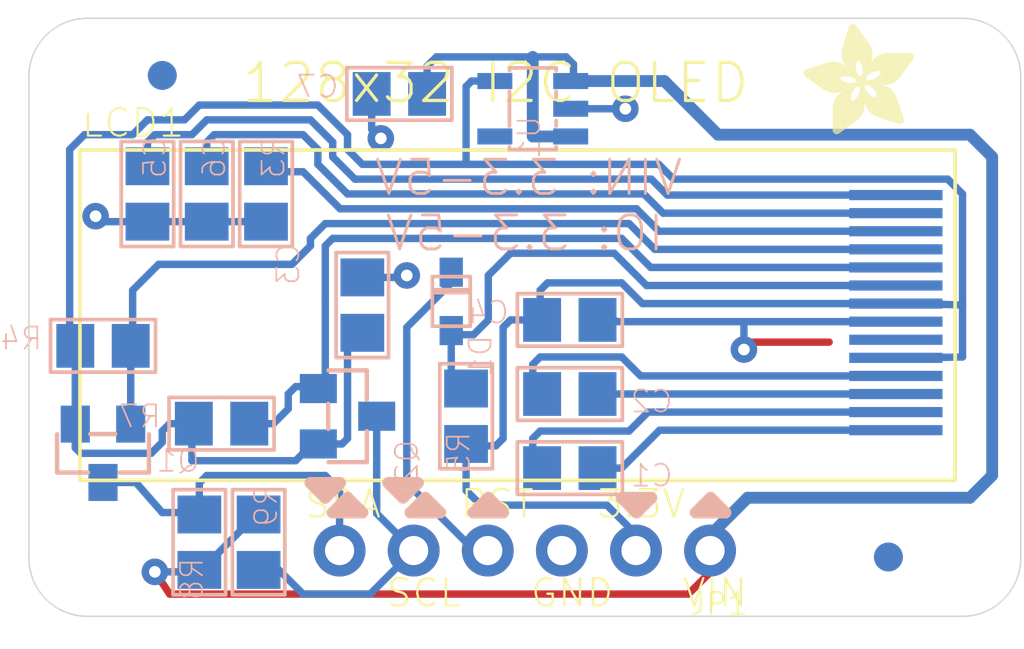
<source format=kicad_pcb>
(kicad_pcb (version 20211014) (generator pcbnew)
  (layers (0 "F.Cu" signal) (31 "B.Cu" signal) (34 "B.Paste" user) (35 "F.Paste" user) (36 "B.SilkS" user "B.Silkscreen") (37 "F.SilkS" user "F.Silkscreen") (38 "B.Mask" user) (39 "F.Mask" user) (44 "Edge.Cuts" user))
  (net 0 "")
  (net 1 "VBREF")
  (net 2 "N$1")
  (net 3 "N$2")
  (net 4 "N$3")
  (net 5 "N$4")
  (net 6 "GND")
  (net 7 "N$5")
  (net 8 "N$7")
  (net 9 "N$6")
  (net 10 "RES_3.3V")
  (net 11 "3.3V")
  (net 12 "SDA_5.0V")
  (net 13 "SCL_5.0V")
  (net 14 "RES_5.0V")
  (net 15 "SDA_3.3V")
  (net 16 "SCL_3.3V")
  (net 17 "VIN")
  (footprint "boardEagle:UG-2832HSWEG02_WRAPUNDER" (layer "F.Cu") (at 163.2511 104.8436)
    (fp_text reference "LCD1" (at -30 -6.5) (layer "F.SilkS") (effects (font (size 0.941222 0.941222) (thickness 0.074778)) (justify left)))
    (fp_text value "")
    (pad "1" smd rect (at -2.03 4.03 180) (size 3.2 0.35) (layers "B.Cu" "B.Paste" "B.Mask") (net 2 "N$1"))
    (pad "2" smd rect (at -2.03 3.41 180) (size 3.2 0.35) (layers "B.Cu" "B.Paste" "B.Mask") (net 3 "N$2"))
    (pad "3" smd rect (at -2.03 2.79 180) (size 3.2 0.35) (layers "B.Cu" "B.Paste" "B.Mask") (net 4 "N$3"))
    (pad "4" smd rect (at -2.03 2.17 180) (size 3.2 0.35) (layers "B.Cu" "B.Paste" "B.Mask") (net 5 "N$4"))
    (pad "5" smd rect (at -2.03 1.55 180) (size 3.2 0.35) (layers "B.Cu" "B.Paste" "B.Mask") (net 11 "3.3V"))
    (pad "6" smd rect (at -2.03 0.93 180) (size 3.2 0.35) (layers "B.Cu" "B.Paste" "B.Mask") (net 1 "VBREF"))
    (pad "7" smd rect (at -2.03 0.31 180) (size 3.2 0.35) (layers "B.Cu" "B.Paste" "B.Mask") (net 6 "GND"))
    (pad "8" smd rect (at -2.03 -0.31 180) (size 3.2 0.35) (layers "B.Cu" "B.Paste" "B.Mask") (net 11 "3.3V"))
    (pad "9" smd rect (at -2.03 -0.93 180) (size 3.2 0.35) (layers "B.Cu" "B.Paste" "B.Mask") (net 10 "RES_3.3V"))
    (pad "10" smd rect (at -2.03 -1.55 180) (size 3.2 0.35) (layers "B.Cu" "B.Paste" "B.Mask") (net 16 "SCL_3.3V"))
    (pad "11" smd rect (at -2.03 -2.17 180) (size 3.2 0.35) (layers "B.Cu" "B.Paste" "B.Mask") (net 15 "SDA_3.3V"))
    (pad "12" smd rect (at -2.03 -2.79 180) (size 3.2 0.35) (layers "B.Cu" "B.Paste" "B.Mask") (net 8 "N$7"))
    (pad "13" smd rect (at -2.03 -3.41 180) (size 3.2 0.35) (layers "B.Cu" "B.Paste" "B.Mask") (net 7 "N$5"))
    (pad "14" smd rect (at -2.03 -4.03 180) (size 3.2 0.35) (layers "B.Cu" "B.Paste" "B.Mask") (net 9 "N$6"))
  )
  (footprint "boardEagle:1X06_ROUND_70" (layer "F.Cu") (at 148.5011 112.9996 180)
    (fp_text reference "JP1" (at -7.6962 -1.8288) (layer "F.SilkS") (effects (font (size 0.739648 0.739648) (thickness 0.073152)) (justify right)))
    (fp_text value "")
    (pad "1" thru_hole circle (at -6.35 0 270) (size 1.778 1.778) (drill 1) (layers *.Cu *.Mask) (net 17 "VIN"))
    (pad "2" thru_hole circle (at -3.81 0 270) (size 1.778 1.778) (drill 1) (layers *.Cu *.Mask) (net 11 "3.3V"))
    (pad "3" thru_hole circle (at -1.27 0 270) (size 1.778 1.778) (drill 1) (layers *.Cu *.Mask) (net 6 "GND"))
    (pad "4" thru_hole circle (at 1.27 0 270) (size 1.778 1.778) (drill 1) (layers *.Cu *.Mask) (net 14 "RES_5.0V"))
    (pad "5" thru_hole circle (at 3.81 0 270) (size 1.778 1.778) (drill 1) (layers *.Cu *.Mask) (net 13 "SCL_5.0V"))
    (pad "6" thru_hole circle (at 6.35 0 270) (size 1.778 1.778) (drill 1) (layers *.Cu *.Mask) (net 12 "SDA_5.0V"))
  )
  (footprint "" (layer "F.Cu") (at 133.5011 113.2536)
    (fp_text reference "@HOLE0" hide)
    (fp_text value "" (at 0 0) (layer "F.SilkS") (effects (font (size 1.27 1.27))))
    (pad "" np_thru_hole circle (at 0 0) (size 2.5 2.5) (drill 2.5) (layers *.Cu *.Mask))
  )
  (footprint "" (layer "F.Cu") (at 163.5011 113.2536)
    (fp_text reference "@HOLE3" hide)
    (fp_text value "" (at 0 0) (layer "F.SilkS") (effects (font (size 1.27 1.27))))
    (pad "" np_thru_hole circle (at 0 0) (size 2.5 2.5) (drill 2.5) (layers *.Cu *.Mask))
  )
  (footprint "boardEagle:ADAFRUIT_3.5MM" (layer "F.Cu") (at 161.8541 98.7436 90)
    (fp_text reference "U$16" hide)
    (fp_text value "" hide)
  )
  (footprint "" (layer "F.Cu") (at 133.5011 96.7536)
    (fp_text reference "@HOLE1" hide)
    (fp_text value "" (at 0 0) (layer "F.SilkS") (effects (font (size 1.27 1.27))))
    (pad "" np_thru_hole circle (at 0 0) (size 2.5 2.5) (drill 2.5) (layers *.Cu *.Mask))
  )
  (footprint "" (layer "F.Cu") (at 163.5011 96.7536)
    (fp_text reference "@HOLE2" hide)
    (fp_text value "" (at 0 0) (layer "F.SilkS") (effects (font (size 1.27 1.27))))
    (pad "" np_thru_hole circle (at 0 0) (size 2.5 2.5) (drill 2.5) (layers *.Cu *.Mask))
  )
  (footprint "boardEagle:0805" (layer "B.Cu") (at 150.0431 107.6336)
    (fp_text reference "C2" (at 2.032 0.254) (layer "B.SilkS") (effects (font (size 0.752978 0.752978) (thickness 0.059822)) (justify right mirror)))
    (fp_text value "1uF")
    (pad "1" smd rect (at -0.95 0) (size 1.3 1.5) (layers "B.Cu" "B.Paste" "B.Mask") (net 5 "N$4"))
    (pad "2" smd rect (at 0.95 0) (size 1.3 1.5) (layers "B.Cu" "B.Paste" "B.Mask") (net 4 "N$3"))
  )
  (footprint "boardEagle:SOD-323F" (layer "B.Cu") (at 145.9791 104.4586 90)
    (fp_text reference "D1" (at -1.1 1 90) (layer "B.SilkS") (effects (font (size 0.752978 0.752978) (thickness 0.059822)) (justify left mirror)))
    (fp_text value "1N4148")
    (pad "A" smd rect (at -1 0 90) (size 1 0.8) (layers "B.Cu" "B.Paste" "B.Mask") (net 10 "RES_3.3V"))
    (pad "C" smd rect (at 1 0 90) (size 1 0.8) (layers "B.Cu" "B.Paste" "B.Mask") (net 14 "RES_5.0V"))
  )
  (footprint "boardEagle:0805" (layer "B.Cu") (at 142.9311 104.5856 -90)
    (fp_text reference "C3" (at -0.635 2.54 -270) (layer "B.SilkS") (effects (font (size 0.752978 0.752978) (thickness 0.059822)) (justify right mirror)))
    (fp_text value "1uF")
    (pad "1" smd rect (at -0.95 0 270) (size 1.3 1.5) (layers "B.Cu" "B.Paste" "B.Mask") (net 6 "GND"))
    (pad "2" smd rect (at 0.95 0 270) (size 1.3 1.5) (layers "B.Cu" "B.Paste" "B.Mask") (net 11 "3.3V"))
  )
  (footprint "boardEagle:0805" (layer "B.Cu") (at 139.6291 100.7756 90)
    (fp_text reference "R3" (at 2.032 0.254 90) (layer "B.SilkS") (effects (font (size 0.752978 0.752978) (thickness 0.059822)) (justify left mirror)))
    (fp_text value "390K")
    (pad "1" smd rect (at -0.95 0 90) (size 1.3 1.5) (layers "B.Cu" "B.Paste" "B.Mask") (net 6 "GND"))
    (pad "2" smd rect (at 0.95 0 90) (size 1.3 1.5) (layers "B.Cu" "B.Paste" "B.Mask") (net 8 "N$7"))
  )
  (footprint "boardEagle:FIDUCIAL_1MM" (layer "B.Cu") (at 136.0731 96.7116 180)
    (fp_text reference "FID1" hide)
    (fp_text value "FIDUCIAL\"\"" hide)
    (pad "1" smd roundrect (at 0 0 180) (size 1 1) (layers "B.Cu") (roundrect_rratio 0.5))
  )
  (footprint "boardEagle:0805" (layer "B.Cu") (at 138.1051 108.6496 180)
    (fp_text reference "R7" (at 2.032 0.254) (layer "B.SilkS") (effects (font (size 0.752978 0.752978) (thickness 0.059822)) (justify left mirror)))
    (fp_text value "10K")
    (pad "1" smd rect (at -0.95 0 180) (size 1.3 1.5) (layers "B.Cu" "B.Paste" "B.Mask") (net 16 "SCL_3.3V"))
    (pad "2" smd rect (at 0.95 0 180) (size 1.3 1.5) (layers "B.Cu" "B.Paste" "B.Mask") (net 11 "3.3V"))
  )
  (footprint "boardEagle:0805" (layer "B.Cu") (at 139.3751 112.7136 90)
    (fp_text reference "R9" (at 2.032 0.254 90) (layer "B.SilkS") (effects (font (size 0.752978 0.752978) (thickness 0.059822)) (justify left mirror)))
    (fp_text value "10K")
    (pad "1" smd rect (at -0.95 0 90) (size 1.3 1.5) (layers "B.Cu" "B.Paste" "B.Mask") (net 13 "SCL_5.0V"))
    (pad "2" smd rect (at 0.95 0 90) (size 1.3 1.5) (layers "B.Cu" "B.Paste" "B.Mask") (net 17 "VIN"))
  )
  (footprint "boardEagle:0805" (layer "B.Cu") (at 137.5971 100.7756 90)
    (fp_text reference "C6" (at 2.032 0.254 90) (layer "B.SilkS") (effects (font (size 0.752978 0.752978) (thickness 0.059822)) (justify left mirror)))
    (fp_text value "10uF")
    (pad "1" smd rect (at -0.95 0 90) (size 1.3 1.5) (layers "B.Cu" "B.Paste" "B.Mask") (net 6 "GND"))
    (pad "2" smd rect (at 0.95 0 90) (size 1.3 1.5) (layers "B.Cu" "B.Paste" "B.Mask") (net 7 "N$5"))
  )
  (footprint "boardEagle:0805" (layer "B.Cu") (at 150.0431 110.1736)
    (fp_text reference "C1" (at 2.032 0.254) (layer "B.SilkS") (effects (font (size 0.752978 0.752978) (thickness 0.059822)) (justify right mirror)))
    (fp_text value "1uF")
    (pad "1" smd rect (at -0.95 0) (size 1.3 1.5) (layers "B.Cu" "B.Paste" "B.Mask") (net 3 "N$2"))
    (pad "2" smd rect (at 0.95 0) (size 1.3 1.5) (layers "B.Cu" "B.Paste" "B.Mask") (net 2 "N$1"))
  )
  (footprint "boardEagle:0805" (layer "B.Cu") (at 144.2011 97.3466 180)
    (fp_text reference "C7" (at 2.032 0.254) (layer "B.SilkS") (effects (font (size 0.752978 0.752978) (thickness 0.059822)) (justify left mirror)))
    (fp_text value "10uF")
    (pad "1" smd rect (at -0.95 0 180) (size 1.3 1.5) (layers "B.Cu" "B.Paste" "B.Mask") (net 17 "VIN"))
    (pad "2" smd rect (at 0.95 0 180) (size 1.3 1.5) (layers "B.Cu" "B.Paste" "B.Mask") (net 6 "GND"))
  )
  (footprint "boardEagle:SOT23-WIDE" (layer "B.Cu") (at 134.0411 109.6656)
    (fp_text reference "Q1" (at 1.778 0.254) (layer "B.SilkS") (effects (font (size 0.752978 0.752978) (thickness 0.059822)) (justify right mirror)))
    (fp_text value "BSS138")
    (pad "1" smd rect (at -0.95 -1) (size 1 1.27) (layers "B.Cu" "B.Paste" "B.Mask") (net 11 "3.3V"))
    (pad "2" smd rect (at 0.95 -1) (size 1 1.27) (layers "B.Cu" "B.Paste" "B.Mask") (net 15 "SDA_3.3V"))
    (pad "3" smd rect (at 0 1) (size 1 1.27) (layers "B.Cu" "B.Paste" "B.Mask") (net 12 "SDA_5.0V"))
  )
  (footprint "boardEagle:SOT23-WIDE" (layer "B.Cu") (at 142.4231 108.3956 90)
    (fp_text reference "Q2" (at -0.762 2.032 90) (layer "B.SilkS") (effects (font (size 0.752978 0.752978) (thickness 0.059822)) (justify left mirror)))
    (fp_text value "BSS138")
    (pad "1" smd rect (at -0.95 -1 90) (size 1 1.27) (layers "B.Cu" "B.Paste" "B.Mask") (net 11 "3.3V"))
    (pad "2" smd rect (at 0.95 -1 90) (size 1 1.27) (layers "B.Cu" "B.Paste" "B.Mask") (net 16 "SCL_3.3V"))
    (pad "3" smd rect (at 0 1 90) (size 1 1.27) (layers "B.Cu" "B.Paste" "B.Mask") (net 13 "SCL_5.0V"))
  )
  (footprint "boardEagle:0805" (layer "B.Cu") (at 146.4871 108.3956 -90)
    (fp_text reference "R5" (at 2.032 0.254 -270) (layer "B.SilkS") (effects (font (size 0.752978 0.752978) (thickness 0.059822)) (justify right mirror)))
    (fp_text value "10K")
    (pad "1" smd rect (at -0.95 0 270) (size 1.3 1.5) (layers "B.Cu" "B.Paste" "B.Mask") (net 10 "RES_3.3V"))
    (pad "2" smd rect (at 0.95 0 270) (size 1.3 1.5) (layers "B.Cu" "B.Paste" "B.Mask") (net 11 "3.3V"))
  )
  (footprint "boardEagle:FIDUCIAL_1MM" (layer "B.Cu") (at 160.9651 113.2216 180)
    (fp_text reference "FID2" hide)
    (fp_text value "FIDUCIAL\"\"" hide)
    (pad "1" smd roundrect (at 0 0 180) (size 1 1) (layers "B.Cu") (roundrect_rratio 0.5))
  )
  (footprint "boardEagle:0805" (layer "B.Cu") (at 134.0411 105.9826 180)
    (fp_text reference "R4" (at 2.032 0.254) (layer "B.SilkS") (effects (font (size 0.752978 0.752978) (thickness 0.059822)) (justify left mirror)))
    (fp_text value "10K")
    (pad "1" smd rect (at -0.95 0 180) (size 1.3 1.5) (layers "B.Cu" "B.Paste" "B.Mask") (net 15 "SDA_3.3V"))
    (pad "2" smd rect (at 0.95 0 180) (size 1.3 1.5) (layers "B.Cu" "B.Paste" "B.Mask") (net 11 "3.3V"))
  )
  (footprint "boardEagle:0805" (layer "B.Cu") (at 150.0431 105.0936 180)
    (fp_text reference "C4" (at 2.032 0.254) (layer "B.SilkS") (effects (font (size 0.752978 0.752978) (thickness 0.059822)) (justify left mirror)))
    (fp_text value "1uF")
    (pad "1" smd rect (at -0.95 0 180) (size 1.3 1.5) (layers "B.Cu" "B.Paste" "B.Mask") (net 6 "GND"))
    (pad "2" smd rect (at 0.95 0 180) (size 1.3 1.5) (layers "B.Cu" "B.Paste" "B.Mask") (net 11 "3.3V"))
  )
  (footprint "boardEagle:0805" (layer "B.Cu") (at 137.3431 112.7136 -90)
    (fp_text reference "R8" (at 2.032 0.254 -270) (layer "B.SilkS") (effects (font (size 0.752978 0.752978) (thickness 0.059822)) (justify right mirror)))
    (fp_text value "10K")
    (pad "1" smd rect (at -0.95 0 270) (size 1.3 1.5) (layers "B.Cu" "B.Paste" "B.Mask") (net 12 "SDA_5.0V"))
    (pad "2" smd rect (at 0.95 0 270) (size 1.3 1.5) (layers "B.Cu" "B.Paste" "B.Mask") (net 17 "VIN"))
  )
  (footprint "boardEagle:0805" (layer "B.Cu") (at 135.5651 100.7756 90)
    (fp_text reference "C5" (at 2.032 0.254 90) (layer "B.SilkS") (effects (font (size 0.752978 0.752978) (thickness 0.059822)) (justify left mirror)))
    (fp_text value "10uF")
    (pad "1" smd rect (at -0.95 0 90) (size 1.3 1.5) (layers "B.Cu" "B.Paste" "B.Mask") (net 6 "GND"))
    (pad "2" smd rect (at 0.95 0 90) (size 1.3 1.5) (layers "B.Cu" "B.Paste" "B.Mask") (net 9 "N$6"))
  )
  (footprint "boardEagle:SOT23-5" (layer "B.Cu") (at 148.7731 97.8546 -90)
    (fp_text reference "U1" (at 1.778 0.127 -270) (layer "B.SilkS") (effects (font (size 0.752978 0.752978) (thickness 0.059822)) (justify right mirror)))
    (fp_text value "RT9193")
    (pad "1" smd rect (at -0.95 -1.3001 270) (size 0.55 1.2) (layers "B.Cu" "B.Paste" "B.Mask") (net 17 "VIN"))
    (pad "2" smd rect (at 0 -1.3001 270) (size 0.55 1.2) (layers "B.Cu" "B.Paste" "B.Mask") (net 6 "GND"))
    (pad "3" smd rect (at 0.95 -1.3001 270) (size 0.55 1.2) (layers "B.Cu" "B.Paste" "B.Mask") (net 17 "VIN"))
    (pad "4" smd rect (at 0.95 1.3001 270) (size 0.55 1.2) (layers "B.Cu" "B.Paste" "B.Mask"))
    (pad "5" smd rect (at -0.95 1.3001 270) (size 0.55 1.2) (layers "B.Cu" "B.Paste" "B.Mask") (net 11 "3.3V"))
  )
  (gr_line (start 142.4231 111.1896) (end 141.9151 111.6976) (layer "B.SilkS") (width 0.4064))
  (gr_line (start 155.1231 111.6976) (end 154.3611 111.6976) (layer "B.SilkS") (width 0.4064))
  (gr_line (start 144.5821 111.6976) (end 145.5981 111.6976) (layer "B.SilkS") (width 0.4064))
  (gr_line (start 147.5031 111.6976) (end 147.2491 111.4436) (layer "B.SilkS") (width 0.4064))
  (gr_line (start 152.0751 111.1896) (end 152.8371 111.1896) (layer "B.SilkS") (width 0.4064))
  (gr_line (start 155.3771 111.6976) (end 155.1231 111.6976) (layer "B.SilkS") (width 0.4064))
  (gr_line (start 145.5981 111.6976) (end 145.0901 111.1896) (layer "B.SilkS") (width 0.4064))
  (gr_line (start 145.0901 111.1896) (end 144.5821 111.6976) (layer "B.SilkS") (width 0.4064))
  (gr_line (start 147.7571 111.6976) (end 147.5031 111.6976) (layer "B.SilkS") (width 0.4064))
  (gr_line (start 154.3611 111.6976) (end 154.8691 111.1896) (layer "B.SilkS") (width 0.4064))
  (gr_line (start 142.1691 110.6816) (end 141.1531 110.6816) (layer "B.SilkS") (width 0.4064))
  (gr_line (start 146.7411 111.6976) (end 147.2491 111.1896) (layer "B.SilkS") (width 0.4064))
  (gr_line (start 141.1531 110.6816) (end 141.6611 111.1896) (layer "B.SilkS") (width 0.4064))
  (gr_line (start 147.5031 111.6976) (end 146.7411 111.6976) (layer "B.SilkS") (width 0.4064))
  (gr_line (start 151.8211 111.1896) (end 152.0751 111.1896) (layer "B.SilkS") (width 0.4064))
  (gr_line (start 155.1231 111.6976) (end 154.8691 111.4436) (layer "B.SilkS") (width 0.4064))
  (gr_line (start 152.8371 111.1896) (end 152.3291 111.6976) (layer "B.SilkS") (width 0.4064))
  (gr_line (start 141.9151 111.6976) (end 142.9311 111.6976) (layer "B.SilkS") (width 0.4064))
  (gr_line (start 152.3291 111.6976) (end 151.8211 111.1896) (layer "B.SilkS") (width 0.4064))
  (gr_line (start 147.2491 111.1896) (end 147.7571 111.6976) (layer "B.SilkS") (width 0.4064))
  (gr_line (start 143.8201 110.6816) (end 144.3281 111.1896) (layer "B.SilkS") (width 0.4064))
  (gr_line (start 144.8361 110.6816) (end 143.8201 110.6816) (layer "B.SilkS") (width 0.4064))
  (gr_line (start 144.3281 111.1896) (end 144.8361 110.6816) (layer "B.SilkS") (width 0.4064))
  (gr_line (start 142.9311 111.6976) (end 142.4231 111.1896) (layer "B.SilkS") (width 0.4064))
  (gr_line (start 154.8691 111.1896) (end 155.3771 111.6976) (layer "B.SilkS") (width 0.4064))
  (gr_line (start 152.0751 111.1896) (end 152.3291 111.4436) (layer "B.SilkS") (width 0.4064))
  (gr_line (start 141.6611 111.1896) (end 142.1691 110.6816) (layer "B.SilkS") (width 0.4064))
  (gr_line (start 163.5011 115.2536) (end 133.5011 115.2536) (layer "Edge.Cuts") (width 0.05))
  (gr_line (start 131.5011 113.2536) (end 131.5011 96.7536) (layer "Edge.Cuts") (width 0.05))
  (gr_arc (start 165.5011 113.2536) (mid 164.915314 114.667814) (end 163.5011 115.2536) (layer "Edge.Cuts") (width 0.05))
  (gr_line (start 165.5011 96.7536) (end 165.5011 113.2536) (layer "Edge.Cuts") (width 0.05))
  (gr_arc (start 133.5011 115.2536) (mid 132.086886 114.667814) (end 131.5011 113.2536) (layer "Edge.Cuts") (width 0.05))
  (gr_line (start 133.5011 94.7536) (end 163.5011 94.7536) (layer "Edge.Cuts") (width 0.05))
  (gr_arc (start 131.5011 96.7536) (mid 132.086886 95.339386) (end 133.5011 94.7536) (layer "Edge.Cuts") (width 0.05))
  (gr_arc (start 163.5011 94.7536) (mid 164.915314 95.339386) (end 165.5011 96.7536) (layer "Edge.Cuts") (width 0.05))
  (gr_text "VIN: 3.3-5V" (at 153.9801 100.9026) (layer "B.SilkS") (effects (font (size 1.1684 1.1684) (thickness 0.1016)) (justify left bottom mirror)))
  (gr_text "IO: 3.3-5V" (at 153.3451 102.8076) (layer "B.SilkS") (effects (font (size 1.1684 1.1684) (thickness 0.1016)) (justify left bottom mirror)))
  (gr_text "SCL" (at 143.6931 114.9996) (layer "F.SilkS") (effects (font (size 0.93472 0.93472) (thickness 0.08128)) (justify left bottom)))
  (gr_text "128x32 I2C OLED" (at 138.7321 97.7356) (layer "F.SilkS") (effects (font (size 1.308608 1.308608) (thickness 0.113792)) (justify left bottom)))
  (gr_text "RST" (at 146.2331 111.9516) (layer "F.SilkS") (effects (font (size 0.93472 0.93472) (thickness 0.08128)) (justify left bottom)))
  (gr_text "GND" (at 148.6461 114.9996) (layer "F.SilkS") (effects (font (size 0.93472 0.93472) (thickness 0.08128)) (justify left bottom)))
  (gr_text "SDA" (at 140.8991 111.9516) (layer "F.SilkS") (effects (font (size 0.93472 0.93472) (thickness 0.08128)) (justify left bottom)))
  (gr_text "VIN" (at 153.8531 114.9996) (layer "F.SilkS") (effects (font (size 0.93472 0.93472) (thickness 0.08128)) (justify left bottom)))
  (gr_text "3.3V" (at 150.9321 111.9516) (layer "F.SilkS") (effects (font (size 0.93472 0.93472) (thickness 0.08128)) (justify left bottom)))
  (segment (start 153.1211 108.8736) (end 161.2211 108.8736) (width 0.254) (layer "B.Cu") (net 2))
  (segment (start 151.8211 110.1736) (end 153.1211 108.8736) (width 0.254) (layer "B.Cu") (net 2))
  (segment (start 150.9931 110.1736) (end 151.8211 110.1736) (width 0.254) (layer "B.Cu") (net 2))
  (segment (start 152.7251 108.2536) (end 161.2211 108.2536) (width 0.254) (layer "B.Cu") (net 3))
  (segment (start 148.7731 109.1576) (end 149.0271 108.9036) (width 0.254) (layer "B.Cu") (net 3))
  (segment (start 148.7731 110.1076) (end 148.7731 109.1576) (width 0.254) (layer "B.Cu") (net 3))
  (segment (start 149.0931 110.1736) (end 148.7731 110.1076) (width 0.254) (layer "B.Cu") (net 3))
  (segment (start 152.0751 108.9036) (end 152.7251 108.2536) (width 0.254) (layer "B.Cu") (net 3))
  (segment (start 149.0271 108.9036) (end 152.0751 108.9036) (width 0.254) (layer "B.Cu") (net 3))
  (segment (start 150.9931 107.6336) (end 161.2211 107.6336) (width 0.254) (layer "B.Cu") (net 4))
  (segment (start 149.0271 106.3636) (end 151.8211 106.3636) (width 0.254) (layer "B.Cu") (net 5))
  (segment (start 149.0931 107.6336) (end 148.7731 107.5676) (width 0.254) (layer "B.Cu") (net 5))
  (segment (start 151.8211 106.3636) (end 152.4711 107.0136) (width 0.254) (layer "B.Cu") (net 5))
  (segment (start 152.4711 107.0136) (end 161.2211 107.0136) (width 0.254) (layer "B.Cu") (net 5))
  (segment (start 148.7731 107.5676) (end 148.7731 106.6176) (width 0.254) (layer "B.Cu") (net 5))
  (segment (start 148.7731 106.6176) (end 149.0271 106.3636) (width 0.254) (layer "B.Cu") (net 5))
  (segment (start 156.2661 105.8556) (end 158.9331 105.8556) (width 0.254) (layer "F.Cu") (net 6))
  (segment (start 156.0121 106.1096) (end 156.2661 105.8556) (width 0.254) (layer "F.Cu") (net 6))
  (segment (start 133.7871 101.5376) (end 133.7871 101.2836) (width 0.254) (layer "F.Cu") (net 6))
  (via (at 143.5661 98.8706) (size 0.908) (drill 0.4) (layers "F.Cu" "B.Cu") (net 6))
  (via (at 156.0121 106.1096) (size 0.908) (drill 0.4) (layers "F.Cu" "B.Cu") (net 6))
  (via (at 133.7871 101.5376) (size 0.908) (drill 0.4) (layers "F.Cu" "B.Cu") (net 6))
  (via (at 144.4551 103.5696) (size 0.908) (drill 0.4) (layers "F.Cu" "B.Cu") (net 6))
  (via (at 151.9481 97.8546) (size 0.908) (drill 0.4) (layers "F.Cu" "B.Cu") (net 6))
  (segment (start 156.0121 105.2206) (end 156.0121 106.1096) (width 0.254) (layer "B.Cu") (net 6))
  (segment (start 150.0732 97.8546) (end 151.9481 97.8546) (width 0.254) (layer "B.Cu") (net 6))
  (segment (start 156.0121 106.1096) (end 155.8851 106.1096) (width 0.254) (layer "B.Cu") (net 6))
  (segment (start 133.7871 101.5376) (end 133.9751 101.7256) (width 0.254) (layer "B.Cu") (net 6))
  (segment (start 151.6271 105.1536) (end 156.0791 105.1536) (width 0.254) (layer "B.Cu") (net 6))
  (segment (start 137.5971 101.7256) (end 139.6291 101.7256) (width 0.254) (layer "B.Cu") (net 6))
  (segment (start 143.5661 98.8706) (end 143.2511 98.5556) (width 0.254) (layer "B.Cu") (net 6))
  (segment (start 133.9751 101.7256) (end 135.5651 101.7256) (width 0.254) (layer "B.Cu") (net 6))
  (segment (start 150.9931 105.0936) (end 150.7991 105.1536) (width 0.254) (layer "B.Cu") (net 6))
  (segment (start 151.5671 105.0936) (end 150.9931 105.0936) (width 0.254) (layer "B.Cu") (net 6))
  (segment (start 135.5651 101.7256) (end 137.5971 101.7256) (width 0.254) (layer "B.Cu") (net 6))
  (segment (start 156.0791 105.1536) (end 156.0121 105.2206) (width 0.254) (layer "B.Cu") (net 6))
  (segment (start 143.2511 98.5556) (end 143.2511 97.3466) (width 0.254) (layer "B.Cu") (net 6))
  (segment (start 151.6271 105.1536) (end 151.5671 105.0936) (width 0.254) (layer "B.Cu") (net 6))
  (segment (start 144.3891 103.6356) (end 144.4551 103.5696) (width 0.254) (layer "B.Cu") (net 6))
  (segment (start 156.0791 105.1536) (end 161.2211 105.1536) (width 0.254) (layer "B.Cu") (net 6))
  (segment (start 142.9311 103.6356) (end 144.3891 103.6356) (width 0.254) (layer "B.Cu") (net 6))
  (segment (start 155.8851 106.1096) (end 155.7581 105.9826) (width 0.254) (layer "B.Cu") (net 6))
  (segment (start 140.8991 98.7436) (end 141.4071 99.2516) (width 0.254) (layer "B.Cu") (net 7))
  (segment (start 142.4231 100.7756) (end 152.5831 100.7756) (width 0.254) (layer "B.Cu") (net 7))
  (segment (start 137.5971 98.9976) (end 137.8511 98.7436) (width 0.254) (layer "B.Cu") (net 7))
  (segment (start 153.2411 101.4336) (end 161.2211 101.4336) (width 0.254) (layer "B.Cu") (net 7))
  (segment (start 152.5831 100.7756) (end 153.2411 101.4336) (width 0.254) (layer "B.Cu") (net 7))
  (segment (start 141.4071 99.2516) (end 141.4071 99.7596) (width 0.254) (layer "B.Cu") (net 7))
  (segment (start 137.5971 99.8256) (end 137.5971 98.9976) (width 0.254) (layer "B.Cu") (net 7))
  (segment (start 141.4071 99.7596) (end 142.4231 100.7756) (width 0.254) (layer "B.Cu") (net 7))
  (segment (start 137.8511 98.7436) (end 140.8991 98.7436) (width 0.254) (layer "B.Cu") (net 7))
  (segment (start 142.1691 101.2836) (end 152.3291 101.2836) (width 0.254) (layer "B.Cu") (net 8))
  (segment (start 139.8171 100.0136) (end 140.8991 100.0136) (width 0.254) (layer "B.Cu") (net 8))
  (segment (start 153.0991 102.0536) (end 161.2211 102.0536) (width 0.254) (layer "B.Cu") (net 8))
  (segment (start 140.8991 100.0136) (end 142.1691 101.2836) (width 0.254) (layer "B.Cu") (net 8))
  (segment (start 139.6291 99.8256) (end 139.8171 100.0136) (width 0.254) (layer "B.Cu") (net 8))
  (segment (start 152.3291 101.2836) (end 153.0991 102.0536) (width 0.254) (layer "B.Cu") (net 8))
  (segment (start 152.8371 100.2676) (end 153.3831 100.8136) (width 0.254) (layer "B.Cu") (net 9))
  (segment (start 137.0891 98.7436) (end 137.5971 98.2356) (width 0.254) (layer "B.Cu") (net 9))
  (segment (start 141.9151 99.5056) (end 142.6771 100.2676) (width 0.254) (layer "B.Cu") (net 9))
  (segment (start 141.1531 98.2356) (end 141.9151 98.9976) (width 0.254) (layer "B.Cu") (net 9))
  (segment (start 141.9151 98.9976) (end 141.9151 99.5056) (width 0.254) (layer "B.Cu") (net 9))
  (segment (start 137.5971 98.2356) (end 141.1531 98.2356) (width 0.254) (layer "B.Cu") (net 9))
  (segment (start 135.5651 98.9976) (end 135.8191 98.7436) (width 0.254) (layer "B.Cu") (net 9))
  (segment (start 135.8191 98.7436) (end 137.0891 98.7436) (width 0.254) (layer "B.Cu") (net 9))
  (segment (start 153.3831 100.8136) (end 161.2211 100.8136) (width 0.254) (layer "B.Cu") (net 9))
  (segment (start 135.5651 99.8256) (end 135.5651 98.9976) (width 0.254) (layer "B.Cu") (net 9))
  (segment (start 142.6771 100.2676) (end 152.8371 100.2676) (width 0.254) (layer "B.Cu") (net 9))
  (segment (start 147.2491 103.5696) (end 148.0111 102.8076) (width 0.254) (layer "B.Cu") (net 10))
  (segment (start 151.5671 102.8076) (end 152.6731 103.9136) (width 0.254) (layer "B.Cu") (net 10))
  (segment (start 146.7411 105.6016) (end 147.2491 105.0936) (width 0.254) (layer "B.Cu") (net 10))
  (segment (start 145.9791 106.9376) (end 146.4871 107.4456) (width 0.254) (layer "B.Cu") (net 10))
  (segment (start 152.6731 103.9136) (end 161.2211 103.9136) (width 0.254) (layer "B.Cu") (net 10))
  (segment (start 145.9791 105.4586) (end 145.9791 106.9376) (width 0.254) (layer "B.Cu") (net 10))
  (segment (start 145.9791 105.4586) (end 146.0631 105.6016) (width 0.254) (layer "B.Cu") (net 10))
  (segment (start 148.0111 102.8076) (end 151.5671 102.8076) (width 0.254) (layer "B.Cu") (net 10))
  (segment (start 147.2491 105.0936) (end 147.2491 103.5696) (width 0.254) (layer "B.Cu") (net 10))
  (segment (start 146.0631 105.6016) (end 146.7411 105.6016) (width 0.254) (layer "B.Cu") (net 10))
  (segment (start 133.0911 106.5566) (end 132.8981 106.3636) (width 0.254) (layer "B.Cu") (net 11))
  (segment (start 149.0931 105.0936) (end 148.0111 105.0936) (width 0.254) (layer "B.Cu") (net 11))
  (segment (start 142.4231 109.1576) (end 142.4231 106.0436) (width 0.254) (layer "B.Cu") (net 11))
  (segment (start 146.4871 99.7596) (end 153.0911 99.7596) (width 0.254) (layer "B.Cu") (net 11))
  (segment (start 163.5051 106.3636) (end 161.9511 106.3936) (width 0.254) (layer "B.Cu") (net 11))
  (segment (start 136.0731 109.2846) (end 136.0731 108.9036) (width 0.254) (layer "B.Cu") (net 11))
  (segment (start 151.3131 111.4436) (end 152.3111 112.4416) (width 0.254) (layer "B.Cu") (net 11))
  (segment (start 136.0731 108.9036) (end 136.3271 108.6496) (width 0.254) (layer "B.Cu") (net 11))
  (segment (start 162.1831 104.5336) (end 161.2211 104.5336) (width 0.254) (layer "B.Cu") (net 11))
  (segment (start 135.0571 98.7436) (end 135.5651 98.2356) (width 0.254) (layer "B.Cu") (net 11))
  (segment (start 137.0891 109.9196) (end 140.6451 109.9196) (width 0.254) (layer "B.Cu") (net 11))
  (segment (start 135.5651 98.2356) (end 136.8351 98.2356) (width 0.254) (layer "B.Cu") (net 11))
  (segment (start 147.5031 109.4116) (end 146.5531 109.4116) (width 0.254) (layer "B.Cu") (net 11))
  (segment (start 152.3111 112.4416) (end 152.3111 112.9996) (width 0.254) (layer "B.Cu") (net 11))
  (segment (start 146.9951 111.4436) (end 151.3131 111.4436) (width 0.254) (layer "B.Cu") (net 11))
  (segment (start 142.2351 109.3456) (end 142.4231 109.1576) (width 0.254) (layer "B.Cu") (net 11))
  (segment (start 133.0911 109.4776) (end 133.2791 109.6656) (width 0.254) (layer "B.Cu") (net 11))
  (segment (start 148.0111 105.0936) (end 147.7571 105.3476) (width 0.254) (layer "B.Cu") (net 11))
  (segment (start 153.5991 100.2676) (end 162.9971 100.2676) (width 0.254) (layer "B.Cu") (net 11))
  (segment (start 137.0891 108.4616) (end 137.0891 109.9196) (width 0.254) (layer "B.Cu") (net 11))
  (segment (start 137.1551 108.6496) (end 137.0891 108.4616) (width 0.254) (layer "B.Cu") (net 11))
  (segment (start 133.4061 98.7436) (end 135.0571 98.7436) (width 0.254) (layer "B.Cu") (net 11))
  (segment (start 141.4231 109.3456) (end 142.2351 109.3456) (width 0.254) (layer "B.Cu") (net 11))
  (segment (start 141.4071 97.7276) (end 142.4231 98.7436) (width 0.254) (layer "B.Cu") (net 11))
  (segment (start 133.0911 105.9826) (end 133.0911 106.5566) (width 0.254) (layer "B.Cu") (net 11))
  (segment (start 141.2191 109.3456) (end 141.4231 109.3456) (width 0.254) (layer "B.Cu") (net 11))
  (segment (start 133.0911 108.6656) (end 133.0911 105.9826) (width 0.254) (layer "B.Cu") (net 11))
  (segment (start 137.3431 97.7276) (end 141.4071 97.7276) (width 0.254) (layer "B.Cu") (net 11))
  (segment (start 132.8981 99.2516) (end 133.4061 98.7436) (width 0.254) (layer "B.Cu") (net 11))
  (segment (start 161.9511 106.3936) (end 161.2211 106.3936) (width 0.254) (layer "B.Cu") (net 11))
  (segment (start 163.5051 104.5856) (end 162.1831 104.5336) (width 0.254) (layer "B.Cu") (net 11))
  (segment (start 161.2211 104.5336) (end 159.6951 104.5336) (width 0.254) (layer "B.Cu") (net 11))
  (segment (start 133.0911 108.6656) (end 133.0911 109.4776) (width 0.254) (layer "B.Cu") (net 11))
  (segment (start 137.0891 108.4616) (end 137.2111 108.4616) (width 0.254) (layer "B.Cu") (net 11))
  (segment (start 146.4871 99.7596) (end 146.4871 97.0926) (width 0.254) (layer "B.Cu") (net 11))
  (segment (start 146.6751 96.9046) (end 147.473 96.9046) (width 0.254) (layer "B.Cu") (net 11))
  (segment (start 142.4231 106.0436) (end 142.9311 105.5356) (width 0.254) (layer "B.Cu") (net 11))
  (segment (start 135.6921 109.6656) (end 136.0731 109.2846) (width 0.254) (layer "B.Cu") (net 11))
  (segment (start 163.5051 100.7756) (end 163.5051 104.5856) (width 0.254) (layer "B.Cu") (net 11))
  (segment (start 147.7571 105.3476) (end 147.7571 109.1576) (width 0.254) (layer "B.Cu") (net 11))
  (segment (start 142.4231 98.7436) (end 142.4231 99.2516) (width 0.254) (layer "B.Cu") (net 11))
  (segment (start 163.5051 104.5856) (end 163.5051 106.3636) (width 0.254) (layer "B.Cu") (net 11))
  (segment (start 149.0271 104.0776) (end 149.0271 105.0276) (width 0.254) (layer "B.Cu") (net 11))
  (segment (start 161.2211 104.5336) (end 152.5311 104.5336) (width 0.254) (layer "B.Cu") (net 11))
  (segment (start 153.0911 99.7596) (end 153.5991 100.2676) (width 0.254) (layer "B.Cu") (net 11))
  (segment (start 132.8981 106.3636) (end 132.8981 99.2516) (width 0.254) (layer "B.Cu") (net 11))
  (segment (start 151.8211 103.8236) (end 149.2811 103.8236) (width 0.254) (layer "B.Cu") (net 11))
  (segment (start 146.4871 110.9356) (end 146.9951 111.4436) (width 0.254) (layer "B.Cu") (net 11))
  (segment (start 140.6451 109.9196) (end 141.2191 109.3456) (width 0.254) (layer "B.Cu") (net 11))
  (segment (start 146.5531 109.4116) (end 146.4871 109.3456) (width 0.254) (layer "B.Cu") (net 11))
  (segment (start 152.5311 104.5336) (end 151.8211 103.8236) (width 0.254) (layer "B.Cu") (net 11))
  (segment (start 146.4871 109.3456) (end 146.4871 110.9356) (width 0.254) (layer "B.Cu") (net 11))
  (segment (start 136.3271 108.6496) (end 137.1551 108.6496) (width 0.254) (layer "B.Cu") (net 11))
  (segment (start 146.4871 97.0926) (end 146.6751 96.9046) (width 0.254) (layer "B.Cu") (net 11))
  (segment (start 142.9311 99.7596) (end 146.4871 99.7596) (width 0.254) (layer "B.Cu") (net 11))
  (segment (start 149.0271 105.0276) (end 149.0931 105.0936) (width 0.254) (layer "B.Cu") (net 11))
  (segment (start 142.4231 99.2516) (end 142.9311 99.7596) (width 0.254) (layer "B.Cu") (net 11))
  (segment (start 162.9971 100.2676) (end 163.5051 100.7756) (width 0.254) (layer "B.Cu") (net 11))
  (segment (start 149.2811 103.8236) (end 149.0271 104.0776) (width 0.254) (layer "B.Cu") (net 11))
  (segment (start 133.2791 109.6656) (end 135.6921 109.6656) (width 0.254) (layer "B.Cu") (net 11))
  (segment (start 147.7571 109.1576) (end 147.5031 109.4116) (width 0.254) (layer "B.Cu") (net 11))
  (segment (start 136.8351 98.2356) (end 137.3431 97.7276) (width 0.254) (layer "B.Cu") (net 11))
  (segment (start 137.2771 111.6976) (end 137.3431 111.7636) (width 0.254) (layer "B.Cu") (net 12))
  (segment (start 135.1681 110.6656) (end 136.0731 111.6976) (width 0.254) (layer "B.Cu") (net 12))
  (segment (start 134.0411 110.6656) (end 135.1681 110.6656) (width 0.254) (layer "B.Cu") (net 12))
  (segment (start 142.1511 110.9176) (end 142.1511 112.9996) (width 0.254) (layer "B.Cu") (net 12))
  (segment (start 136.0731 111.6976) (end 137.2771 111.6976) (width 0.254) (layer "B.Cu") (net 12))
  (segment (start 137.3431 110.6816) (end 137.5971 110.4276) (width 0.254) (layer "B.Cu") (net 12))
  (segment (start 137.3431 111.7636) (end 137.3431 110.6816) (width 0.254) (layer "B.Cu") (net 12))
  (segment (start 141.6611 110.4276) (end 142.1511 110.9176) (width 0.254) (layer "B.Cu") (net 12))
  (segment (start 137.5971 110.4276) (end 141.6611 110.4276) (width 0.254) (layer "B.Cu") (net 12))
  (segment (start 140.0711 113.6636) (end 140.8991 114.4916) (width 0.254) (layer "B.Cu") (net 13))
  (segment (start 143.4231 111.7316) (end 143.4231 108.3956) (width 0.254) (layer "B.Cu") (net 13))
  (segment (start 143.1991 114.4916) (end 144.6911 112.9996) (width 0.254) (layer "B.Cu") (net 13))
  (segment (start 140.8991 114.4916) (end 143.1991 114.4916) (width 0.254) (layer "B.Cu") (net 13))
  (segment (start 144.6911 112.9996) (end 143.4231 111.7316) (width 0.254) (layer "B.Cu") (net 13))
  (segment (start 139.3751 113.6636) (end 140.0711 113.6636) (width 0.254) (layer "B.Cu") (net 13))
  (segment (start 147.2311 112.9996) (end 147.0271 113.2536) (width 0.254) (layer "B.Cu") (net 14))
  (segment (start 144.4551 105.3476) (end 145.9791 103.8236) (width 0.254) (layer "B.Cu") (net 14))
  (segment (start 145.9791 103.8236) (end 145.9791 103.4586) (width 0.254) (layer "B.Cu") (net 14))
  (segment (start 145.9791 103.4586) (end 145.8951 103.5696) (width 0.254) (layer "B.Cu") (net 14))
  (segment (start 144.4551 110.6816) (end 144.4551 105.3476) (width 0.254) (layer "B.Cu") (net 14))
  (segment (start 147.0271 113.2536) (end 144.4551 110.6816) (width 0.254) (layer "B.Cu") (net 14))
  (segment (start 140.5181 103.1886) (end 141.1531 102.5536) (width 0.254) (layer "B.Cu") (net 15))
  (segment (start 135.0571 104.0776) (end 135.9461 103.1886) (width 0.254) (layer "B.Cu") (net 15))
  (segment (start 152.0751 101.7916) (end 152.9571 102.6736) (width 0.254) (layer "B.Cu") (net 15))
  (segment (start 135.0571 106.5516) (end 135.0571 104.0776) (width 0.254) (layer "B.Cu") (net 15))
  (segment (start 135.9461 103.1886) (end 140.5181 103.1886) (width 0.254) (layer "B.Cu") (net 15))
  (segment (start 134.9911 105.9826) (end 135.0571 106.5516) (width 0.254) (layer "B.Cu") (net 15))
  (segment (start 141.6611 101.7916) (end 152.0751 101.7916) (width 0.254) (layer "B.Cu") (net 15))
  (segment (start 134.9911 108.6656) (end 134.9911 105.9826) (width 0.254) (layer "B.Cu") (net 15))
  (segment (start 141.1531 102.5536) (end 141.1531 102.2996) (width 0.254) (layer "B.Cu") (net 15))
  (segment (start 152.9571 102.6736) (end 161.2211 102.6736) (width 0.254) (layer "B.Cu") (net 15))
  (segment (start 141.1531 102.2996) (end 141.6611 101.7916) (width 0.254) (layer "B.Cu") (net 15))
  (segment (start 141.3571 107.3796) (end 141.4231 107.4456) (width 0.254) (layer "B.Cu") (net 16))
  (segment (start 139.0551 108.6496) (end 139.8831 108.6496) (width 0.254) (layer "B.Cu") (net 16))
  (segment (start 141.9151 102.2996) (end 151.8211 102.2996) (width 0.254) (layer "B.Cu") (net 16))
  (segment (start 140.3911 107.6336) (end 140.6451 107.3796) (width 0.254) (layer "B.Cu") (net 16))
  (segment (start 151.8211 102.2996) (end 152.8151 103.2936) (width 0.254) (layer "B.Cu") (net 16))
  (segment (start 141.6611 104.3316) (end 141.6611 102.5536) (width 0.254) (layer "B.Cu") (net 16))
  (segment (start 141.6611 102.5536) (end 141.9151 102.2996) (width 0.254) (layer "B.Cu") (net 16))
  (segment (start 139.8831 108.6496) (end 140.3911 108.1416) (width 0.254) (layer "B.Cu") (net 16))
  (segment (start 140.3911 108.1416) (end 140.3911 107.6336) (width 0.254) (layer "B.Cu") (net 16))
  (segment (start 140.6451 107.3796) (end 141.3571 107.3796) (width 0.254) (layer "B.Cu") (net 16))
  (segment (start 152.8151 103.2936) (end 161.2211 103.2936) (width 0.254) (layer "B.Cu") (net 16))
  (segment (start 141.4231 107.4456) (end 141.6611 107.2076) (width 0.254) (layer "B.Cu") (net 16))
  (segment (start 141.6611 107.2076) (end 141.6611 104.3316) (width 0.254) (layer "B.Cu") (net 16))
  (segment (start 135.8191 113.7296) (end 136.3271 114.4916) (width 0.254) (layer "F.Cu") (net 17))
  (segment (start 136.3271 114.4916) (end 154.1071 114.4916) (width 0.254) (layer "F.Cu") (net 17))
  (segment (start 154.1071 114.4916) (end 154.8511 113.7476) (width 0.254) (layer "F.Cu") (net 17))
  (segment (start 154.8511 113.7476) (end 154.8511 112.9996) (width 0.254) (layer "F.Cu") (net 17))
  (via (at 135.8191 113.7296) (size 0.908) (drill 0.4) (layers "F.Cu" "B.Cu") (net 17))
  (segment (start 154.7421 113.1446) (end 154.7421 112.5866) (width 0.4064) (layer "B.Cu") (net 17))
  (segment (start 154.7421 112.5866) (end 156.1391 111.1896) (width 0.4064) (layer "B.Cu") (net 17))
  (segment (start 149.9161 96.0766) (end 148.7731 96.0766) (width 0.254) (layer "B.Cu") (net 17))
  (segment (start 148.7731 98.8046) (end 150.0732 98.8046) (width 0.4064) (layer "B.Cu") (net 17))
  (segment (start 163.7591 98.7436) (end 155.1231 98.7436) (width 0.4064) (layer "B.Cu") (net 17))
  (segment (start 150.1701 96.3306) (end 149.9161 96.0766) (width 0.254) (layer "B.Cu") (net 17))
  (segment (start 148.7731 96.0766) (end 145.4711 96.0766) (width 0.254) (layer "B.Cu") (net 17))
  (segment (start 154.8511 112.9996) (end 154.7421 113.1446) (width 0.4064) (layer "B.Cu") (net 17))
  (segment (start 164.5211 110.4276) (end 164.5211 99.5056) (width 0.4064) (layer "B.Cu") (net 17))
  (segment (start 148.7731 96.0766) (end 148.7731 98.8046) (width 0.4064) (layer "B.Cu") (net 17))
  (segment (start 138.8671 112.2056) (end 138.9331 112.2056) (width 0.254) (layer "B.Cu") (net 17))
  (segment (start 137.4091 113.6636) (end 138.8671 112.2056) (width 0.254) (layer "B.Cu") (net 17))
  (segment (start 137.3431 113.6636) (end 137.4091 113.6636) (width 0.254) (layer "B.Cu") (net 17))
  (segment (start 163.7591 111.1896) (end 164.5211 110.4276) (width 0.4064) (layer "B.Cu") (net 17))
  (segment (start 135.8191 113.7296) (end 137.2771 113.7296) (width 0.254) (layer "B.Cu") (net 17))
  (segment (start 145.1511 96.3966) (end 145.1511 97.3466) (width 0.254) (layer "B.Cu") (net 17))
  (segment (start 164.5211 99.5056) (end 163.7591 98.7436) (width 0.4064) (layer "B.Cu") (net 17))
  (segment (start 145.4711 96.0766) (end 145.1511 96.3966) (width 0.254) (layer "B.Cu") (net 17))
  (segment (start 155.1231 98.7436) (end 153.2841 96.9046) (width 0.4064) (layer "B.Cu") (net 17))
  (segment (start 156.1391 111.1896) (end 163.7591 111.1896) (width 0.4064) (layer "B.Cu") (net 17))
  (segment (start 153.2841 96.9046) (end 150.0732 96.9046) (width 0.4064) (layer "B.Cu") (net 17))
  (segment (start 137.2771 113.7296) (end 137.3431 113.6636) (width 0.254) (layer "B.Cu") (net 17))
  (segment (start 150.0732 96.9046) (end 150.1701 96.8077) (width 0.254) (layer "B.Cu") (net 17))
  (segment (start 138.9331 112.2056) (end 139.3751 111.7636) (width 0.254) (layer "B.Cu") (net 17))
  (segment (start 150.1701 96.8077) (end 150.1701 96.3306) (width 0.254) (layer "B.Cu") (net 17))
)
</source>
